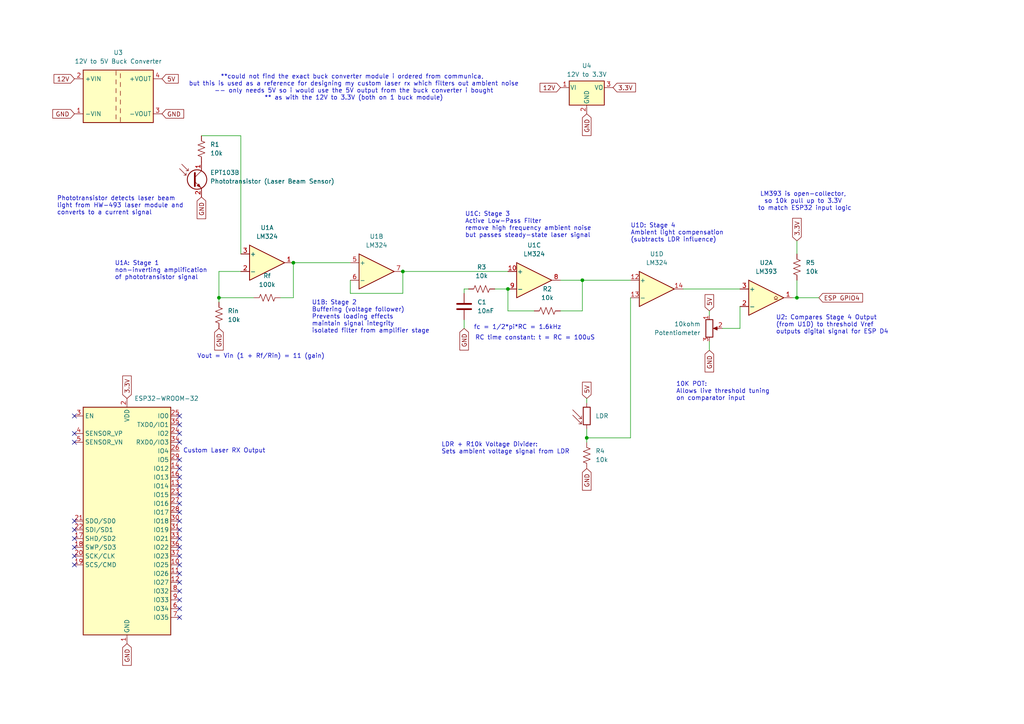
<source format=kicad_sch>
(kicad_sch (version 20250114) (generator "eeschema") (generator_version "9.0")
  (paper "A4")
  (title_block (title "Laser Receiver Design ") (date "2025-05-2") (rev "v3") (comment 1 "Imaan "))
  (lib_symbols
    (symbol "Amplifier_Operational:LM324" (pin_names (offset 0.127))
      (property "Reference" "U" (at 0 5.08 0))
      (property "Value" "LM324" (at 0 -5.08 0))
      (symbol "LM324_1_1"
        (polyline (pts (xy -5.08 5.08) (xy 5.08 0) (xy -5.08 -5.08) (xy -5.08 5.08)) (stroke (width 0.254)) (fill (type background)))
        (pin input line (at -7.62 2.54 0) (length 2.54) (name "+") (number "3"))
        (pin input line (at -7.62 -2.54 0) (length 2.54) (name "-") (number "2"))
        (pin output line (at 7.62 0 180) (length 2.54) (name "~") (number "1"))
      )
      (symbol "LM324_2_1"
        (polyline (pts (xy -5.08 5.08) (xy 5.08 0) (xy -5.08 -5.08) (xy -5.08 5.08)) (stroke (width 0.254)) (fill (type background)))
        (pin input line (at -7.62 2.54 0) (length 2.54) (name "+") (number "5"))
        (pin input line (at -7.62 -2.54 0) (length 2.54) (name "-") (number "6"))
        (pin output line (at 7.62 0 180) (length 2.54) (name "~") (number "7"))
      )
      (symbol "LM324_3_1"
        (polyline (pts (xy -5.08 5.08) (xy 5.08 0) (xy -5.08 -5.08) (xy -5.08 5.08)) (stroke (width 0.254)) (fill (type background)))
        (pin input line (at -7.62 2.54 0) (length 2.54) (name "+") (number "10"))
        (pin input line (at -7.62 -2.54 0) (length 2.54) (name "-") (number "9"))
        (pin output line (at 7.62 0 180) (length 2.54) (name "~") (number "8"))
      )
      (symbol "LM324_4_1"
        (polyline (pts (xy -5.08 5.08) (xy 5.08 0) (xy -5.08 -5.08) (xy -5.08 5.08)) (stroke (width 0.254)) (fill (type background)))
        (pin input line (at -7.62 2.54 0) (length 2.54) (name "+") (number "12"))
        (pin input line (at -7.62 -2.54 0) (length 2.54) (name "-") (number "13"))
        (pin output line (at 7.62 0 180) (length 2.54) (name "~") (number "14"))
      )
      (symbol "LM324_5_1"
        (pin power_in line (at -2.54 7.62 270) (length 3.81) (name "V+") (number "4"))
        (pin power_in line (at -2.54 -7.62 90) (length 3.81) (name "V-") (number "11"))
      )
    )
    (symbol "Comparator:LM393" (pin_names (offset 0.127))
      (property "Reference" "U" (at 3.81 3.81 0))
      (property "Value" "LM393" (at 6.35 -3.81 0))
      (symbol "LM393_1_1"
        (polyline (pts (xy -5.08 5.08) (xy 5.08 0) (xy -5.08 -5.08) (xy -5.08 5.08)) (stroke (width 0.254)) (fill (type background)))
        (polyline (pts (xy 3.302 -0.508) (xy 2.794 -0.508) (xy 3.302 0) (xy 2.794 0.508) (xy 2.286 0) (xy 2.794 -0.508) (xy 2.286 -0.508)) (stroke (width 0.127)))
        (pin input line (at -7.62 2.54 0) (length 2.54) (name "+") (number "3"))
        (pin input line (at -7.62 -2.54 0) (length 2.54) (name "-") (number "2"))
        (pin open_collector line (at 7.62 0 180) (length 2.54) (name "~") (number "1"))
      )
      (symbol "LM393_2_1"
        (polyline (pts (xy -5.08 5.08) (xy 5.08 0) (xy -5.08 -5.08) (xy -5.08 5.08)) (stroke (width 0.254)) (fill (type background)))
        (polyline (pts (xy 3.302 -0.508) (xy 2.794 -0.508) (xy 3.302 0) (xy 2.794 0.508) (xy 2.286 0) (xy 2.794 -0.508) (xy 2.286 -0.508)) (stroke (width 0.127)))
        (pin input line (at -7.62 2.54 0) (length 2.54) (name "+") (number "5"))
        (pin input line (at -7.62 -2.54 0) (length 2.54) (name "_") (number "6"))
        (pin open_collector line (at 7.62 0 180) (length 2.54) (name "~") (number "7"))
      )
      (symbol "LM393_3_1"
        (pin power_in line (at -2.54 7.62 270) (length 3.81) (name "V+") (number "8"))
        (pin power_in line (at -2.54 -7.62 90) (length 3.81) (name "V-") (number "4"))
      )
    )
    (symbol "Device:C" (pin_numbers (hide yes)) (pin_names (offset 0.254))
      (property "Reference" "C" (at 0.635 2.54 0))
      (property "Value" "C" (at 0.635 -2.54 0))
      (symbol "C_0_1"
        (polyline (pts (xy -2.032 0.762) (xy 2.032 0.762)) (stroke (width 0.508)))
        (polyline (pts (xy -2.032 -0.762) (xy 2.032 -0.762)) (stroke (width 0.508)))
      )
      (symbol "C_1_1"
        (pin passive line (at 0 3.81 270) (length 2.794) (name "~") (number "1"))
        (pin passive line (at 0 -3.81 90) (length 2.794) (name "~") (number "2"))
      )
    )
    (symbol "Device:Phototransistor (Laser Beam Sensor)" (pin_names (offset 0) (hide yes))
      (property "Reference" "EPT103B" (at 19.05 47.7394 0))
      (property "Value" "Phototransistor (Laser Beam Sensor)" (at 19.05 45.1994 0))
      (symbol "Phototransistor (Laser Beam Sensor)_0_1"
        (polyline (pts (xy 10.16 48.895) (xy 12.065 46.99) (xy 12.065 47.625)))
        (polyline (pts (xy 10.795 50.165) (xy 12.7 48.26) (xy 12.7 48.895)))
        (polyline (pts (xy 12.065 46.99) (xy 11.43 46.99)))
        (polyline (pts (xy 12.7 48.26) (xy 12.065 48.26)))
        (polyline (pts (xy 14.605 47.625) (xy 14.605 43.815) (xy 14.605 43.815)) (stroke (width 0.508)))
        (polyline (pts (xy 14.605 46.355) (xy 16.51 48.26)))
        (polyline (pts (xy 14.605 45.085) (xy 16.51 43.18) (xy 16.51 43.18)))
        (circle (center 15.24 45.72) (radius 2.8194) (stroke (width 0.254)))
        (polyline (pts (xy 15.24 43.942) (xy 15.748 44.45) (xy 16.256 43.434) (xy 15.24 43.942) (xy 15.24 43.942)) (fill (type outline)))
      )
      (symbol "Phototransistor (Laser Beam Sensor)_1_1"
        (pin passive line (at 16.51 50.8 270) (length 2.54) (name "C") (number "1"))
        (pin passive line (at 16.51 40.64 90) (length 2.54) (name "E") (number "2"))
      )
    )
    (symbol "Device:R_Potentiometer" (pin_names (offset 1.016) (hide yes))
      (property "Reference" "10kohm" (at -4.445 0 90))
      (property "Value" "R_Potentiometer" (at -2.54 0 90))
      (symbol "R_Potentiometer_0_1"
        (rectangle (start 1.016 2.54) (end -1.016 -2.54) (stroke (width 0.254)))
        (polyline (pts (xy 1.143 0) (xy 2.286 0.508) (xy 2.286 -0.508) (xy 1.143 0)) (fill (type outline)))
        (polyline (pts (xy 2.54 0) (xy 1.524 0)))
      )
      (symbol "R_Potentiometer_1_1"
        (pin passive line (at 0 3.81 270) (length 1.27) (name "1") (number "1"))
        (pin passive line (at 0 -3.81 90) (length 1.27) (name "3") (number "3"))
        (pin passive line (at 3.81 0 180) (length 1.27) (name "2") (number "2"))
      )
    )
    (symbol "Device:R_US" (pin_numbers (hide yes)) (pin_names (offset 0))
      (property "Reference" "R" (at 2.54 0 90))
      (property "Value" "R_US" (at -2.54 0 90))
      (symbol "R_US_0_1"
        (polyline (pts (xy 0 2.286) (xy 0 2.54)))
        (polyline (pts (xy 0 2.286) (xy 1.016 1.905) (xy 0 1.524) (xy -1.016 1.143) (xy 0 0.762)))
        (polyline (pts (xy 0 0.762) (xy 1.016 0.381) (xy 0 0) (xy -1.016 -0.381) (xy 0 -0.762)))
        (polyline (pts (xy 0 -0.762) (xy 1.016 -1.143) (xy 0 -1.524) (xy -1.016 -1.905) (xy 0 -2.286)))
        (polyline (pts (xy 0 -2.286) (xy 0 -2.54)))
      )
      (symbol "R_US_1_1"
        (pin passive line (at 0 3.81 270) (length 1.27) (name "~") (number "1"))
        (pin passive line (at 0 -3.81 90) (length 1.27) (name "~") (number "2"))
      )
    )
    (symbol "RF_Module:ESP32-WROOM-32"
      (property "Reference" "U" (at -12.7 34.29 0))
      (property "Value" "ESP32-WROOM-32" (at 1.27 34.29 0))
      (symbol "ESP32-WROOM-32_0_1"
        (rectangle (start -12.7 33.02) (end 12.7 -33.02) (stroke (width 0.254)) (fill (type background)))
      )
      (symbol "ESP32-WROOM-32_1_1"
        (pin input line (at -15.24 30.48 0) (length 2.54) (name "EN") (number "3"))
        (pin input line (at -15.24 25.4 0) (length 2.54) (name "SENSOR_VP") (number "4"))
        (pin input line (at -15.24 22.86 0) (length 2.54) (name "SENSOR_VN") (number "5"))
        (pin bidirectional line (at -15.24 0 0) (length 2.54) (name "SDO/SD0") (number "21"))
        (pin bidirectional line (at -15.24 -2.54 0) (length 2.54) (name "SDI/SD1") (number "22"))
        (pin bidirectional line (at -15.24 -5.08 0) (length 2.54) (name "SHD/SD2") (number "17"))
        (pin bidirectional line (at -15.24 -7.62 0) (length 2.54) (name "SWP/SD3") (number "18"))
        (pin bidirectional line (at -15.24 -10.16 0) (length 2.54) (name "SCK/CLK") (number "20"))
        (pin bidirectional line (at -15.24 -12.7 0) (length 2.54) (name "SCS/CMD") (number "19"))
        (pin no_connect line (at -12.7 -27.94 0) (length 2.54) (hide yes) (name "NC") (number "32"))
        (pin power_in line (at 0 35.56 270) (length 2.54) (name "VDD") (number "2"))
        (pin power_in line (at 0 -35.56 90) (length 2.54) (name "GND") (number "1"))
        (pin passive line (at 0 -35.56 90) (length 2.54) (hide yes) (name "GND") (number "15"))
        (pin passive line (at 0 -35.56 90) (length 2.54) (hide yes) (name "GND") (number "38"))
        (pin passive line (at 0 -35.56 90) (length 2.54) (hide yes) (name "GND") (number "39"))
        (pin bidirectional line (at 15.24 30.48 180) (length 2.54) (name "IO0") (number "25"))
        (pin bidirectional line (at 15.24 27.94 180) (length 2.54) (name "TXD0/IO1") (number "35"))
        (pin bidirectional line (at 15.24 25.4 180) (length 2.54) (name "IO2") (number "24"))
        (pin bidirectional line (at 15.24 22.86 180) (length 2.54) (name "RXD0/IO3") (number "34"))
        (pin bidirectional line (at 15.24 20.32 180) (length 2.54) (name "IO4") (number "26"))
        (pin bidirectional line (at 15.24 17.78 180) (length 2.54) (name "IO5") (number "29"))
        (pin bidirectional line (at 15.24 15.24 180) (length 2.54) (name "IO12") (number "14"))
        (pin bidirectional line (at 15.24 12.7 180) (length 2.54) (name "IO13") (number "16"))
        (pin bidirectional line (at 15.24 10.16 180) (length 2.54) (name "IO14") (number "13"))
        (pin bidirectional line (at 15.24 7.62 180) (length 2.54) (name "IO15") (number "23"))
        (pin bidirectional line (at 15.24 5.08 180) (length 2.54) (name "IO16") (number "27"))
        (pin bidirectional line (at 15.24 2.54 180) (length 2.54) (name "IO17") (number "28"))
        (pin bidirectional line (at 15.24 0 180) (length 2.54) (name "IO18") (number "30"))
        (pin bidirectional line (at 15.24 -2.54 180) (length 2.54) (name "IO19") (number "31"))
        (pin bidirectional line (at 15.24 -5.08 180) (length 2.54) (name "IO21") (number "33"))
        (pin bidirectional line (at 15.24 -7.62 180) (length 2.54) (name "IO22") (number "36"))
        (pin bidirectional line (at 15.24 -10.16 180) (length 2.54) (name "IO23") (number "37"))
        (pin bidirectional line (at 15.24 -12.7 180) (length 2.54) (name "IO25") (number "10"))
        (pin bidirectional line (at 15.24 -15.24 180) (length 2.54) (name "IO26") (number "11"))
        (pin bidirectional line (at 15.24 -17.78 180) (length 2.54) (name "IO27") (number "12"))
        (pin bidirectional line (at 15.24 -20.32 180) (length 2.54) (name "IO32") (number "8"))
        (pin bidirectional line (at 15.24 -22.86 180) (length 2.54) (name "IO33") (number "9"))
        (pin input line (at 15.24 -25.4 180) (length 2.54) (name "IO34") (number "6"))
        (pin input line (at 15.24 -27.94 180) (length 2.54) (name "IO35") (number "7"))
      )
    )
    (symbol "Regulator_Linear:SPX2920T-3.3_TO263" (pin_names (offset 0.254))
      (property "Reference" "U" (at -3.81 3.175 0))
      (property "Value" "SPX2920T-3.3_TO263" (at 0 3.175 0))
      (symbol "SPX2920T-3.3_TO263_0_1"
        (rectangle (start -5.08 -5.08) (end 5.08 1.905) (stroke (width 0.254)) (fill (type background)))
      )
      (symbol "SPX2920T-3.3_TO263_1_1"
        (pin power_in line (at -7.62 0 0) (length 2.54) (name "VI") (number "1"))
        (pin power_in line (at 0 -7.62 90) (length 2.54) (name "GND") (number "2"))
        (pin power_out line (at 7.62 0 180) (length 2.54) (name "VO") (number "3"))
      )
    )
    (symbol "Regulator_Switching:CRE1S1205SC"
      (property "Reference" "U" (at -8.89 8.89 0))
      (property "Value" "CRE1S1205SC" (at 2.54 8.89 0))
      (symbol "CRE1S1205SC_0_1"
        (rectangle (start -10.16 7.62) (end 10.16 -7.62) (stroke (width 0.254)) (fill (type background)))
        (polyline (pts (xy -0.635 7.366) (xy -0.635 6.096)))
        (polyline (pts (xy -0.635 4.826) (xy -0.635 3.556)))
        (polyline (pts (xy -0.635 2.286) (xy -0.635 1.016)))
        (polyline (pts (xy -0.635 -0.254) (xy -0.635 -1.524)))
        (polyline (pts (xy -0.635 -2.794) (xy -0.635 -4.064)))
        (polyline (pts (xy -0.635 -5.334) (xy -0.635 -6.604)))
        (polyline (pts (xy 0.635 5.334) (xy 0.635 6.604)))
        (polyline (pts (xy 0.635 2.794) (xy 0.635 4.064)))
        (polyline (pts (xy 0.635 0.254) (xy 0.635 1.524)))
        (polyline (pts (xy 0.635 -2.286) (xy 0.635 -1.016)))
        (polyline (pts (xy 0.635 -4.826) (xy 0.635 -3.556)))
        (polyline (pts (xy 0.635 -7.366) (xy 0.635 -6.096)))
      )
      (symbol "CRE1S1205SC_1_1"
        (pin power_in line (at -12.7 5.08 0) (length 2.54) (name "+VIN") (number "2"))
        (pin power_in line (at -12.7 -5.08 0) (length 2.54) (name "-VIN") (number "1"))
        (pin power_out line (at 12.7 5.08 180) (length 2.54) (name "+VOUT") (number "4"))
        (pin power_out line (at 12.7 -5.08 180) (length 2.54) (name "-VOUT") (number "3"))
      )
    )
    (symbol "Sensor_Optical:LDR03" (pin_numbers (hide yes)) (pin_names (offset 0))
      (property "Reference" "R" (at -5.08 0 90))
      (property "Value" "LDR03" (at 1.905 0 90))
      (symbol "LDR03_0_1"
        (polyline (pts (xy -1.524 -0.762) (xy -4.064 1.778)))
        (polyline (pts (xy -1.524 -0.762) (xy -2.286 -0.762)))
        (polyline (pts (xy -1.524 -0.762) (xy -1.524 0)))
        (polyline (pts (xy -1.524 -2.286) (xy -4.064 0.254)))
        (polyline (pts (xy -1.524 -2.286) (xy -2.286 -2.286)))
        (polyline (pts (xy -1.524 -2.286) (xy -1.524 -1.524)))
        (rectangle (start -1.016 2.54) (end 1.016 -2.54) (stroke (width 0.254)))
      )
      (symbol "LDR03_1_1"
        (pin passive line (at 0 3.81 270) (length 1.27) (name "~") (number "1"))
        (pin passive line (at 0 -3.81 90) (length 1.27) (name "~") (number "2"))
      )
    )
  )
  (text "U1D: Stage 4\nAmbient light compensation \n(subtracts LDR influence)" (at 182.88 70.358 0) (effects (font (size 1.27 1.27)) (justify left bottom)))
  (text "Phototransistor detects laser beam \nlight from HW-493 laser module and \nconverts to a current signal\n" (at 16.51 62.484 0) (effects (font (size 1.27 1.27)) (justify left bottom)))
  (text "U1C: Stage 3 \nActive Low-Pass Filter \nremove high frequency ambient noise\nbut passes steady-state laser signal\n\n\n" (at 134.874 73.152 0) (effects (font (size 1.27 1.27)) (justify left bottom)))
  (text "Custom Laser RX Output " (at 65.532 130.81 0) (effects (font (size 1.27 1.27))))
  (text "U1B: Stage 2 \nBuffering (voltage follower)\nPrevents loading effects\nmaintain signal integrity\nisolated filter from amplifier stage\n" (at 90.424 96.774 0) (effects (font (size 1.27 1.27)) (justify left bottom)))
  (text "LDR + R10k Voltage Divider: \nSets ambient voltage signal from LDR\n" (at 128.016 131.826 0) (effects (font (size 1.27 1.27)) (justify left bottom)))
  (text "U2: Compares Stage 4 Output \n(from U1D) to threshold Vref \noutputs digital signal for ESP D4\n" (at 225.044 97.028 0) (effects (font (size 1.27 1.27)) (justify left bottom)))
  (text "U1A: Stage 1 \nnon-inverting amplification \nof phototransistor signal" (at 33.274 81.28 0) (effects (font (size 1.27 1.27)) (justify left bottom)))
  (text "LM393 is open-collector, \nso 10k pull up to 3.3V \nto match ESP32 input logic" (at 233.426 58.42 0) (effects (font (size 1.27 1.27))))
  (text "fc = 1/2*pi*RC = 1.6kHz\n" (at 150.114 94.996 0) (effects (font (size 1.27 1.27))))
  (text "Vout = Vin (1 + Rf/Rin) = 11 (gain)\n" (at 75.692 103.378 0) (effects (font (size 1.27 1.27))))
  (text "**could not find the exact buck converter module i ordered from communica, \nbut this is used as a reference for designing my custom laser rx which filters out ambient noise\n-- only needs 5V so i would use the 5V output from the buck converter i bought\n** as with the 12V to 3.3V (both on 1 buck module)\n" (at 102.616 25.4 0) (effects (font (size 1.27 1.27))))
  (text "10K POT: \nAllows live threshold tuning \non comparator input\n" (at 196.088 116.332 0) (effects (font (size 1.27 1.27)) (justify left bottom)))
  (text "RC time constant: t = RC = 100uS" (at 155.194 98.044 0) (effects (font (size 1.27 1.27))))
  (junction (at 147.32 83.82))
  (junction (at 231.14 86.36))
  (junction (at 168.91 81.28))
  (junction (at 170.18 127))
  (junction (at 116.84 78.74))
  (junction (at 63.5 86.36))
  (junction (at 85.09 76.2))
  (no_connect (at 52.07 158.75))
  (no_connect (at 52.07 179.07))
  (no_connect (at 52.07 123.19))
  (no_connect (at 21.59 156.21))
  (no_connect (at 21.59 158.75))
  (no_connect (at 52.07 135.89))
  (no_connect (at 21.59 153.67))
  (no_connect (at 21.59 128.27))
  (no_connect (at 52.07 161.29))
  (no_connect (at 52.07 151.13))
  (no_connect (at 52.07 173.99))
  (no_connect (at 52.07 140.97))
  (no_connect (at 52.07 120.65))
  (no_connect (at 52.07 128.27))
  (no_connect (at 52.07 143.51))
  (no_connect (at 52.07 148.59))
  (no_connect (at 21.59 120.65))
  (no_connect (at 52.07 146.05))
  (no_connect (at 52.07 156.21))
  (no_connect (at 52.07 176.53))
  (no_connect (at 52.07 153.67))
  (no_connect (at 21.59 125.73))
  (no_connect (at 52.07 171.45))
  (no_connect (at 21.59 151.13))
  (no_connect (at 52.07 163.83))
  (no_connect (at 52.07 125.73))
  (no_connect (at 21.59 161.29))
  (no_connect (at 52.07 133.35))
  (no_connect (at 21.59 163.83))
  (no_connect (at 52.07 168.91))
  (no_connect (at 52.07 166.37))
  (no_connect (at 52.07 138.43))
  (wire (pts (xy 58.42 39.37) (xy 69.85 39.37)))
  (wire (pts (xy 168.91 81.28) (xy 182.88 81.28)))
  (wire (pts (xy 170.18 127) (xy 182.88 127)))
  (wire (pts (xy 85.09 86.36) (xy 81.28 86.36)))
  (wire (pts (xy 134.62 95.25) (xy 134.62 92.71)))
  (wire (pts (xy 205.74 90.17) (xy 205.74 91.44)))
  (wire (pts (xy 170.18 124.46) (xy 170.18 127)))
  (wire (pts (xy 229.87 86.36) (xy 231.14 86.36)))
  (wire (pts (xy 85.09 76.2) (xy 85.09 86.36)))
  (wire (pts (xy 154.94 90.17) (xy 147.32 90.17)))
  (wire (pts (xy 170.18 127) (xy 170.18 128.27)))
  (wire (pts (xy 116.84 78.74) (xy 147.32 78.74)))
  (wire (pts (xy 134.62 83.82) (xy 135.89 83.82)))
  (wire (pts (xy 63.5 86.36) (xy 63.5 78.74)))
  (wire (pts (xy 214.63 95.25) (xy 214.63 88.9)))
  (wire (pts (xy 168.91 90.17) (xy 162.56 90.17)))
  (wire (pts (xy 170.18 115.57) (xy 170.18 116.84)))
  (wire (pts (xy 143.51 83.82) (xy 147.32 83.82)))
  (wire (pts (xy 116.84 85.09) (xy 116.84 78.74)))
  (wire (pts (xy 147.32 90.17) (xy 147.32 83.82)))
  (wire (pts (xy 63.5 78.74) (xy 69.85 78.74)))
  (wire (pts (xy 63.5 87.63) (xy 63.5 86.36)))
  (wire (pts (xy 85.09 76.2) (xy 101.6 76.2)))
  (wire (pts (xy 162.56 81.28) (xy 168.91 81.28)))
  (wire (pts (xy 231.14 69.85) (xy 231.14 73.66)))
  (wire (pts (xy 101.6 81.28) (xy 101.6 85.09)))
  (wire (pts (xy 205.74 101.6) (xy 205.74 99.06)))
  (wire (pts (xy 101.6 85.09) (xy 116.84 85.09)))
  (wire (pts (xy 231.14 86.36) (xy 231.14 81.28)))
  (wire (pts (xy 63.5 86.36) (xy 73.66 86.36)))
  (wire (pts (xy 168.91 81.28) (xy 168.91 90.17)))
  (wire (pts (xy 231.14 86.36) (xy 237.49 86.36)))
  (wire (pts (xy 182.88 127) (xy 182.88 86.36)))
  (wire (pts (xy 134.62 83.82) (xy 134.62 85.09)))
  (wire (pts (xy 198.12 83.82) (xy 214.63 83.82)))
  (wire (pts (xy 209.55 95.25) (xy 214.63 95.25)))
  (wire (pts (xy 69.85 39.37) (xy 69.85 73.66)))
  (global_label "GND" (shape input) (at 170.18 135.89 270) (property "Intersheetrefs" "${INTERSHEET_REFS}" (effects (hide yes))))
  (global_label "12V" (shape input) (at 162.56 25.4 180) (property "Intersheetrefs" "${INTERSHEET_REFS}" (effects (hide yes))))
  (global_label "5V" (shape input) (at 205.74 90.17 90) (property "Intersheetrefs" "${INTERSHEET_REFS}" (effects (hide yes))))
  (global_label "GND" (shape input) (at 21.59 33.02 180) (property "Intersheetrefs" "${INTERSHEET_REFS}" (effects (hide yes))))
  (global_label "3.3V" (shape input) (at 231.14 69.85 90) (property "Intersheetrefs" "${INTERSHEET_REFS}" (effects (hide yes))))
  (global_label "GND" (shape input) (at 170.18 33.02 270) (property "Intersheetrefs" "${INTERSHEET_REFS}" (effects (hide yes))))
  (global_label "ESP GPIO4" (shape input) (at 237.49 86.36 0) (property "Intersheetrefs" "${INTERSHEET_REFS}" (effects (hide yes))))
  (global_label "5V" (shape input) (at 46.99 22.86 0) (property "Intersheetrefs" "${INTERSHEET_REFS}" (effects (hide yes))))
  (global_label "GND" (shape input) (at 58.42 57.15 270) (property "Intersheetrefs" "${INTERSHEET_REFS}" (effects (hide yes))))
  (global_label "GND" (shape input) (at 134.62 95.25 270) (property "Intersheetrefs" "${INTERSHEET_REFS}" (effects (hide yes))))
  (global_label "GND" (shape input) (at 205.74 101.6 270) (property "Intersheetrefs" "${INTERSHEET_REFS}" (effects (hide yes))))
  (global_label "5V" (shape input) (at 170.18 115.57 90) (property "Intersheetrefs" "${INTERSHEET_REFS}" (effects (hide yes))))
  (global_label "3.3V" (shape input) (at 177.8 25.4 0) (property "Intersheetrefs" "${INTERSHEET_REFS}" (effects (hide yes))))
  (global_label "GND" (shape input) (at 36.83 186.69 270) (property "Intersheetrefs" "${INTERSHEET_REFS}" (effects (hide yes))))
  (global_label "12V" (shape input) (at 21.59 22.86 180) (property "Intersheetrefs" "${INTERSHEET_REFS}" (effects (hide yes))))
  (global_label "3.3V" (shape input) (at 36.83 115.57 90) (property "Intersheetrefs" "${INTERSHEET_REFS}" (effects (hide yes))))
  (global_label "GND" (shape input) (at 63.5 95.25 270) (property "Intersheetrefs" "${INTERSHEET_REFS}" (effects (hide yes))))
  (global_label "GND" (shape input) (at 46.99 33.02 0) (property "Intersheetrefs" "${INTERSHEET_REFS}" (effects (hide yes))))
  (symbol (lib_id "Device:R_US") (at 139.7 83.82 270) (unit 1)
    (property "Reference" "R3" (at 139.7 77.47 90))
    (property "Value" "10k" (at 139.7 80.01 90))
    (property "Description" "Resistor, US symbol" (effects (hide yes)))
  )
  (symbol (lib_id "Amplifier_Operational:LM324") (at 154.94 81.28 0) (unit 3)
    (property "Reference" "U1" (at 154.94 71.12 0))
    (property "Value" "LM324" (at 154.94 73.66 0))
    (property "Datasheet" "http://www.ti.com/lit/ds/symlink/lm2902-n.pdf" (effects (hide yes)))
  )
  (symbol (lib_id "Amplifier_Operational:LM324") (at 77.47 76.2 0) (unit 1)
    (property "Reference" "U1" (at 77.47 66.04 0))
    (property "Value" "LM324" (at 77.47 68.58 0))
    (property "Datasheet" "http://www.ti.com/lit/ds/symlink/lm2902-n.pdf" (effects (hide yes)))
  )
  (symbol (lib_id "Amplifier_Operational:LM324") (at 109.22 78.74 0) (unit 2)
    (property "Reference" "U1" (at 109.22 68.58 0))
    (property "Value" "LM324" (at 109.22 71.12 0))
    (property "Datasheet" "http://www.ti.com/lit/ds/symlink/lm2902-n.pdf" (effects (hide yes)))
  )
  (symbol (lib_id "Device:C") (at 134.62 88.9 0) (unit 1)
    (property "Reference" "C1" (at 138.43 87.6299 0) (effects (justify left)))
    (property "Value" "10nF" (at 138.43 90.1699 0) (effects (justify left)))
    (property "Description" "Unpolarized capacitor" (effects (hide yes)))
  )
  (symbol (lib_id "RF_Module:ESP32-WROOM-32") (at 36.83 151.13 0) (unit 1)
    (property "Reference" "U" (effects (hide yes)))
    (property "Value" "ESP32-WROOM-32" (at 38.9733 115.57 0) (effects (justify left)))
    (property "Footprint" "RF_Module:ESP32-WROOM-32" (effects (hide yes)))
    (property "Datasheet" "https://www.espressif.com/sites/default/files/documentation/esp32-wroom-32_datasheet_en.pdf" (effects (hide yes)))
  )
  (symbol (lib_id "Amplifier_Operational:LM324") (at 190.5 83.82 0) (unit 4)
    (property "Reference" "U1" (at 190.5 73.66 0))
    (property "Value" "LM324" (at 190.5 76.2 0))
    (property "Datasheet" "http://www.ti.com/lit/ds/symlink/lm2902-n.pdf" (effects (hide yes)))
  )
  (symbol (lib_id "Device:R_US") (at 170.18 132.08 0) (unit 1)
    (property "Reference" "R4" (at 172.72 130.8099 0) (effects (justify left)))
    (property "Value" "10k" (at 172.72 133.3499 0) (effects (justify left)))
    (property "Description" "Resistor, US symbol" (effects (hide yes)))
  )
  (symbol (lib_id "Sensor_Optical:LDR03") (at 170.18 120.65 0) (unit 1)
    (property "Reference" "LDR" (at 172.72 120.6499 0) (effects (justify left)))
    (property "Value" "LDR" (effects (hide yes)))
    (property "Footprint" "OptoDevice:R_LDR_10x8.5mm_P7.6mm_Vertical" (effects (hide yes)))
    (property "Datasheet" "http://www.elektronica-componenten.nl/WebRoot/StoreNL/Shops/61422969/54F1/BA0C/C664/31B9/2173/C0A8/2AB9/2AEF/LDR03IMP.pdf" (effects (hide yes)))
  )
  (symbol (lib_id "Device:R_US") (at 77.47 86.36 90) (unit 1)
    (property "Reference" "Rf" (at 77.47 80.01 90))
    (property "Value" "100k" (at 77.47 82.55 90))
    (property "Description" "Resistor, US symbol" (effects (hide yes)))
  )
  (symbol (lib_id "Regulator_Linear:SPX2920T-3.3_TO263") (at 170.18 25.4 0) (unit 1)
    (property "Reference" "U4" (at 170.18 19.05 0))
    (property "Value" "12V to 3.3V" (at 170.18 21.59 0))
    (property "Footprint" "Package_TO_SOT_SMD:TO-263-3_TabPin2" (effects (hide yes)))
    (property "Datasheet" "http://www.zlgmcu.com/Sipex/LDO/PDF/spx2920.pdf" (effects (hide yes)))
    (property "Description" "400mA Low drop-out regulator, Fixed Output 3.3V, TO-263" (effects (hide yes)))
  )
  (symbol (lib_id "Device:Phototransistor (Laser Beam Sensor)") (at 41.91 97.79 0) (unit 1)
    (property "Reference" "EPT103B" (at 60.96 50.0506 0) (effects (justify left)))
    (property "Value" "Phototransistor (Laser Beam Sensor)" (at 60.96 52.5906 0) (effects (justify left)))
  )
  (symbol (lib_id "Device:R_US") (at 231.14 77.47 180) (unit 1)
    (property "Reference" "R5" (at 233.68 76.1999 0) (effects (justify right)))
    (property "Value" "10k" (at 233.68 78.7399 0) (effects (justify right)))
    (property "Description" "Resistor, US symbol" (effects (hide yes)))
  )
  (symbol (lib_id "Comparator:LM393") (at 222.25 86.36 0) (unit 1)
    (property "Reference" "U2" (at 222.25 76.2 0))
    (property "Value" "LM393" (at 222.25 78.74 0))
    (property "Datasheet" "http://www.ti.com/lit/ds/symlink/lm393.pdf" (effects (hide yes)))
  )
  (symbol (lib_id "Device:R_US") (at 58.42 43.18 0) (unit 1)
    (property "Reference" "R1" (at 60.96 41.9099 0) (effects (justify left)))
    (property "Value" "10k" (at 60.96 44.4499 0) (effects (justify left)))
    (property "Description" "Resistor, US symbol" (effects (hide yes)))
  )
  (symbol (lib_id "Device:R_US") (at 158.75 90.17 90) (unit 1)
    (property "Reference" "R2" (at 158.75 83.82 90))
    (property "Value" "10k" (at 158.75 86.36 90))
    (property "Description" "Resistor, US symbol" (effects (hide yes)))
  )
  (symbol (lib_id "Device:R_Potentiometer") (at 205.74 95.25 0) (unit 1)
    (property "Reference" "10kohm" (at 203.2 93.9799 0) (effects (justify right)))
    (property "Value" "Potentiometer" (at 203.2 96.5199 0) (effects (justify right)))
  )
  (symbol (lib_id "Device:R_US") (at 63.5 91.44 0) (unit 1)
    (property "Reference" "Rin" (at 66.04 90.1699 0) (effects (justify left)))
    (property "Value" "10k" (at 66.04 92.7099 0) (effects (justify left)))
    (property "Description" "Resistor, US symbol" (effects (hide yes)))
  )
  (symbol (lib_id "Regulator_Switching:CRE1S1205SC") (at 34.29 27.94 0) (unit 1)
    (property "Reference" "U3" (at 34.29 15.24 0))
    (property "Value" "12V to 5V Buck Converter" (at 34.29 17.78 0))
    (property "Footprint" "Converter_DCDC:Converter_DCDC_Murata_CRE1xxxxxxSC_THT" (effects (hide yes)))
    (property "Datasheet" "http://power.murata.com/datasheet?/data/power/ncl/kdc_cre1.pdf" (effects (hide yes)))
    (property "Description" "12V to 5V 200mA DC-DC Converter with 1kV isolation, SIP-4" (effects (hide yes)))
  )
)
</source>
